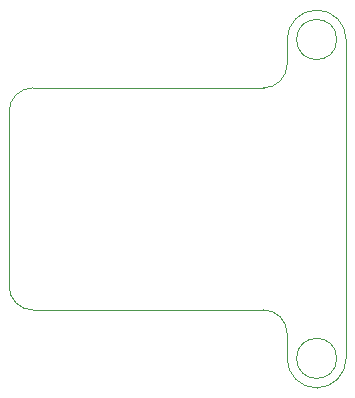
<source format=gbr>
%TF.GenerationSoftware,KiCad,Pcbnew,8.0.6+1*%
%TF.CreationDate,2024-12-08T19:19:35+01:00*%
%TF.ProjectId,8x2 backpack,38783220-6261-4636-9b70-61636b2e6b69,rev?*%
%TF.SameCoordinates,Original*%
%TF.FileFunction,Profile,NP*%
%FSLAX46Y46*%
G04 Gerber Fmt 4.6, Leading zero omitted, Abs format (unit mm)*
G04 Created by KiCad (PCBNEW 8.0.6+1) date 2024-12-08 19:19:35*
%MOMM*%
%LPD*%
G01*
G04 APERTURE LIST*
%TA.AperFunction,Profile*%
%ADD10C,0.100000*%
%TD*%
G04 APERTURE END LIST*
D10*
X60174500Y-65314000D02*
G75*
G02*
X57674500Y-62814000I0J2500000D01*
G01*
X57674500Y-37914000D02*
X57672767Y-35816065D01*
X62674500Y-35814000D02*
X62674500Y-62814000D01*
X60172766Y-33314000D02*
X60174500Y-33314000D01*
X61874500Y-35814000D02*
G75*
G02*
X58474500Y-35814000I-1700000J0D01*
G01*
X58474500Y-35814000D02*
G75*
G02*
X61874500Y-35814000I1700000J0D01*
G01*
X61874500Y-62814000D02*
G75*
G02*
X58474500Y-62814000I-1700000J0D01*
G01*
X58474500Y-62814000D02*
G75*
G02*
X61874500Y-62814000I1700000J0D01*
G01*
X60174500Y-65314000D02*
X60174500Y-65314000D01*
X36131500Y-58710000D02*
X55674500Y-58710000D01*
X55674500Y-39914000D02*
X36131500Y-39914000D01*
X60174500Y-33314000D02*
G75*
G02*
X62674500Y-35814000I0J-2500000D01*
G01*
X36131500Y-58710000D02*
G75*
G02*
X34131500Y-56710000I0J2000000D01*
G01*
X57674500Y-62814000D02*
X57674500Y-60710000D01*
X34131500Y-41914000D02*
X34131500Y-56710000D01*
X55674500Y-58710000D02*
G75*
G02*
X57674500Y-60710000I0J-2000000D01*
G01*
X57674500Y-37914000D02*
G75*
G02*
X55674500Y-39914000I-2000000J0D01*
G01*
X62674500Y-62814000D02*
G75*
G02*
X60174500Y-65314000I-2500000J0D01*
G01*
X34131500Y-41914000D02*
G75*
G02*
X36131500Y-39914000I2000000J0D01*
G01*
X57672767Y-35816065D02*
G75*
G02*
X60172766Y-33313996I2500053J2015D01*
G01*
M02*

</source>
